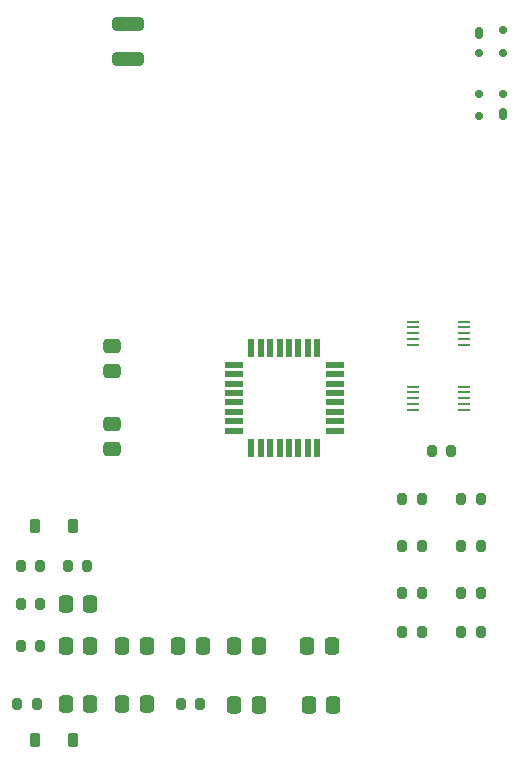
<source format=gbr>
%TF.GenerationSoftware,KiCad,Pcbnew,9.0.1*%
%TF.CreationDate,2025-04-03T12:43:54-07:00*%
%TF.ProjectId,Final_Board-v3B,46696e61-6c5f-4426-9f61-72642d763342,rev?*%
%TF.SameCoordinates,Original*%
%TF.FileFunction,Paste,Top*%
%TF.FilePolarity,Positive*%
%FSLAX46Y46*%
G04 Gerber Fmt 4.6, Leading zero omitted, Abs format (unit mm)*
G04 Created by KiCad (PCBNEW 9.0.1) date 2025-04-03 12:43:54*
%MOMM*%
%LPD*%
G01*
G04 APERTURE LIST*
G04 Aperture macros list*
%AMRoundRect*
0 Rectangle with rounded corners*
0 $1 Rounding radius*
0 $2 $3 $4 $5 $6 $7 $8 $9 X,Y pos of 4 corners*
0 Add a 4 corners polygon primitive as box body*
4,1,4,$2,$3,$4,$5,$6,$7,$8,$9,$2,$3,0*
0 Add four circle primitives for the rounded corners*
1,1,$1+$1,$2,$3*
1,1,$1+$1,$4,$5*
1,1,$1+$1,$6,$7*
1,1,$1+$1,$8,$9*
0 Add four rect primitives between the rounded corners*
20,1,$1+$1,$2,$3,$4,$5,0*
20,1,$1+$1,$4,$5,$6,$7,0*
20,1,$1+$1,$6,$7,$8,$9,0*
20,1,$1+$1,$8,$9,$2,$3,0*%
G04 Aperture macros list end*
%ADD10RoundRect,0.250000X1.075000X-0.312500X1.075000X0.312500X-1.075000X0.312500X-1.075000X-0.312500X0*%
%ADD11RoundRect,0.175000X0.175000X0.325000X-0.175000X0.325000X-0.175000X-0.325000X0.175000X-0.325000X0*%
%ADD12RoundRect,0.150000X0.200000X0.150000X-0.200000X0.150000X-0.200000X-0.150000X0.200000X-0.150000X0*%
%ADD13RoundRect,0.250000X0.337500X0.475000X-0.337500X0.475000X-0.337500X-0.475000X0.337500X-0.475000X0*%
%ADD14RoundRect,0.175000X-0.175000X-0.325000X0.175000X-0.325000X0.175000X0.325000X-0.175000X0.325000X0*%
%ADD15RoundRect,0.150000X-0.200000X-0.150000X0.200000X-0.150000X0.200000X0.150000X-0.200000X0.150000X0*%
%ADD16RoundRect,0.200000X-0.200000X-0.275000X0.200000X-0.275000X0.200000X0.275000X-0.200000X0.275000X0*%
%ADD17R,1.100000X0.250000*%
%ADD18RoundRect,0.225000X0.225000X0.375000X-0.225000X0.375000X-0.225000X-0.375000X0.225000X-0.375000X0*%
%ADD19RoundRect,0.250000X-0.475000X0.337500X-0.475000X-0.337500X0.475000X-0.337500X0.475000X0.337500X0*%
%ADD20R,1.600000X0.550000*%
%ADD21R,0.550000X1.600000*%
%ADD22RoundRect,0.200000X0.200000X0.275000X-0.200000X0.275000X-0.200000X-0.275000X0.200000X-0.275000X0*%
%ADD23RoundRect,0.250000X0.475000X-0.337500X0.475000X0.337500X-0.475000X0.337500X-0.475000X-0.337500X0*%
%ADD24RoundRect,0.250000X-0.337500X-0.475000X0.337500X-0.475000X0.337500X0.475000X-0.337500X0.475000X0*%
G04 APERTURE END LIST*
D10*
%TO.C,R1*%
X146000000Y-74837500D03*
X146000000Y-77762500D03*
%TD*%
D11*
%TO.C,D2*%
X177700000Y-82400000D03*
D12*
X177700000Y-80700000D03*
X175700000Y-80700000D03*
X175700000Y-82600000D03*
%TD*%
D13*
%TO.C,C13*%
X147537500Y-127500000D03*
X145462500Y-127500000D03*
%TD*%
%TO.C,C14*%
X147537500Y-132400000D03*
X145462500Y-132400000D03*
%TD*%
%TO.C,C6*%
X157037500Y-132500000D03*
X154962500Y-132500000D03*
%TD*%
%TO.C,C10*%
X142787500Y-123900000D03*
X140712500Y-123900000D03*
%TD*%
D14*
%TO.C,D1*%
X175700000Y-75550000D03*
D15*
X175700000Y-77250000D03*
X177700000Y-77250000D03*
X177700000Y-75350000D03*
%TD*%
D16*
%TO.C,R10*%
X169175000Y-126300000D03*
X170825000Y-126300000D03*
%TD*%
D17*
%TO.C,U5*%
X170100000Y-100000000D03*
X170100000Y-100500000D03*
X170100000Y-101000000D03*
X170100000Y-101500000D03*
X170100000Y-102000000D03*
X174400000Y-102000000D03*
X174400000Y-101500000D03*
X174400000Y-101000000D03*
X174400000Y-100500000D03*
X174400000Y-100000000D03*
%TD*%
D16*
%TO.C,R6*%
X174175000Y-115000000D03*
X175825000Y-115000000D03*
%TD*%
D18*
%TO.C,D4*%
X141350000Y-135400000D03*
X138050000Y-135400000D03*
%TD*%
D16*
%TO.C,R4*%
X169175000Y-123000000D03*
X170825000Y-123000000D03*
%TD*%
D19*
%TO.C,C1*%
X144600000Y-102100000D03*
X144600000Y-104175000D03*
%TD*%
D16*
%TO.C,R7*%
X174175000Y-119000000D03*
X175825000Y-119000000D03*
%TD*%
%TO.C,R13*%
X136875000Y-123900000D03*
X138525000Y-123900000D03*
%TD*%
D13*
%TO.C,C5*%
X157037500Y-127500000D03*
X154962500Y-127500000D03*
%TD*%
D16*
%TO.C,R2*%
X169175000Y-115000000D03*
X170825000Y-115000000D03*
%TD*%
%TO.C,R3*%
X169175000Y-119000000D03*
X170825000Y-119000000D03*
%TD*%
D20*
%TO.C,U3*%
X154950000Y-103650000D03*
X154950000Y-104450000D03*
X154950000Y-105250000D03*
X154950000Y-106050000D03*
X154950000Y-106850000D03*
X154950000Y-107650000D03*
X154950000Y-108450000D03*
X154950000Y-109250000D03*
D21*
X156400000Y-110700000D03*
X157200000Y-110700000D03*
X158000000Y-110700000D03*
X158800000Y-110700000D03*
X159600000Y-110700000D03*
X160400000Y-110700000D03*
X161200000Y-110700000D03*
X162000000Y-110700000D03*
D20*
X163450000Y-109250000D03*
X163450000Y-108450000D03*
X163450000Y-107650000D03*
X163450000Y-106850000D03*
X163450000Y-106050000D03*
X163450000Y-105250000D03*
X163450000Y-104450000D03*
X163450000Y-103650000D03*
D21*
X162000000Y-102200000D03*
X161200000Y-102200000D03*
X160400000Y-102200000D03*
X159600000Y-102200000D03*
X158800000Y-102200000D03*
X158000000Y-102200000D03*
X157200000Y-102200000D03*
X156400000Y-102200000D03*
%TD*%
D22*
%TO.C,R5*%
X173325000Y-111000000D03*
X171675000Y-111000000D03*
%TD*%
%TO.C,R14*%
X138525000Y-127500000D03*
X136875000Y-127500000D03*
%TD*%
D17*
%TO.C,U6*%
X170100000Y-105500000D03*
X170100000Y-106000000D03*
X170100000Y-106500000D03*
X170100000Y-107000000D03*
X170100000Y-107500000D03*
X174400000Y-107500000D03*
X174400000Y-107000000D03*
X174400000Y-106500000D03*
X174400000Y-106000000D03*
X174400000Y-105500000D03*
%TD*%
D16*
%TO.C,R16*%
X150415000Y-132400000D03*
X152065000Y-132400000D03*
%TD*%
D23*
%TO.C,C2*%
X144600000Y-110775000D03*
X144600000Y-108700000D03*
%TD*%
D16*
%TO.C,R11*%
X174175000Y-126300000D03*
X175825000Y-126300000D03*
%TD*%
D22*
%TO.C,R15*%
X138225000Y-132400000D03*
X136575000Y-132400000D03*
%TD*%
D13*
%TO.C,C7*%
X163337500Y-132500000D03*
X161262500Y-132500000D03*
%TD*%
%TO.C,C12*%
X142787500Y-132400000D03*
X140712500Y-132400000D03*
%TD*%
D16*
%TO.C,R12*%
X136875000Y-120700000D03*
X138525000Y-120700000D03*
%TD*%
D13*
%TO.C,C11*%
X142787500Y-127500000D03*
X140712500Y-127500000D03*
%TD*%
D18*
%TO.C,D3*%
X141350000Y-117300000D03*
X138050000Y-117300000D03*
%TD*%
D24*
%TO.C,C8*%
X150202500Y-127500000D03*
X152277500Y-127500000D03*
%TD*%
D16*
%TO.C,R9*%
X140875000Y-120700000D03*
X142525000Y-120700000D03*
%TD*%
D24*
%TO.C,C9*%
X161125000Y-127500000D03*
X163200000Y-127500000D03*
%TD*%
D16*
%TO.C,R8*%
X174175000Y-123000000D03*
X175825000Y-123000000D03*
%TD*%
M02*

</source>
